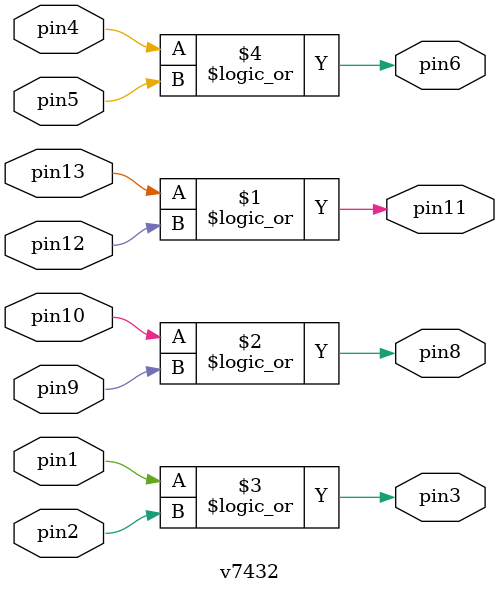
<source format=v>
`timescale 1ns / 1ns // `timescale time_unit/time_precision


//LEDR[0] output display

module part2(LEDR, SW);
    input [9:0] SW;
    output [9:0] LEDR;

    mux2to1 u0(
        .x(SW[0]),
        .y(SW[1]),
        .s(SW[9]),
        .m(LEDR[0])
        );
endmodule

module mux2to1(x,y,s,m);
input x,y,s;
output m;
//declaring wires
wire k1,k2,k3,k4;
v7404 U2(.pin3(s),.pin4(k1));
v7408 U1(.pin4(s),.pin5(y),.pin6(k3),.pin13(k1),.pin12(x),.pin11(k2));
v7432 U3(.pin4(k2),.pin5(k3),.pin6(m));
endmodule 

module v7404 (pin8, pin10, pin12,pin1, pin3, pin5, pin9, pin11,
pin13, pin2, pin4, pin6,);
input pin1,pin3,pin5,pin9,pin11, pin13; 
output pin2,pin4,pin6,pin8,pin10,pin12;
assign pin8 = !(pin9);
assign pin10 = !(pin11);
assign pin12 = !(pin13);
assign pin2 = !(pin1);
assign pin4 = !(pin3);
assign pin6 = !(pin5);
endmodule 

module v7408 (pin5, pin9, pin1, pin3, pin11,
pin13, pin2, pin4, pin6, pin10, pin8, pin12);
input pin9,pin10,pin12,pin13,pin1,pin2,pin4,pin5;
output pin8,pin11,pin3,pin6;
assign pin11 = (pin13 & pin12);
assign pin8 = (pin10 & pin9);
assign pin3 = (pin1 & pin2);
assign pin6 = (pin4 & pin5);

endmodule

module v7432 ( input pin1,pin2,pin4,pin5,pin9,pin10,pin12,pin13, 
output pin3,pin6,pin11,pin8);

assign pin11 = (pin13 || pin12);
assign pin8 = (pin10 || pin9);
assign pin3 = (pin1 || pin2);
assign pin6 = (pin4 || pin5);

endmodule // v7432


</source>
